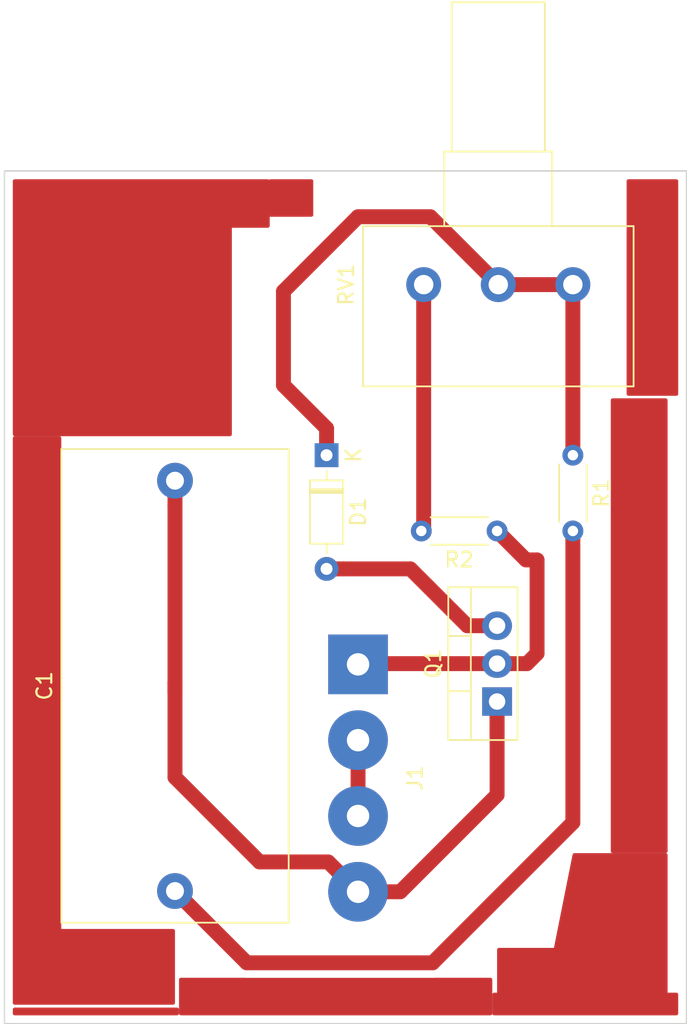
<source format=kicad_pcb>
(kicad_pcb (version 20171130) (host pcbnew "(5.1.4)-1")

  (general
    (thickness 1.6)
    (drawings 4)
    (tracks 38)
    (zones 0)
    (modules 7)
    (nets 8)
  )

  (page A4)
  (layers
    (0 F.Cu signal)
    (31 B.Cu signal)
    (32 B.Adhes user)
    (33 F.Adhes user)
    (34 B.Paste user)
    (35 F.Paste user)
    (36 B.SilkS user)
    (37 F.SilkS user)
    (38 B.Mask user)
    (39 F.Mask user)
    (40 Dwgs.User user)
    (41 Cmts.User user)
    (42 Eco1.User user)
    (43 Eco2.User user)
    (44 Edge.Cuts user)
    (45 Margin user)
    (46 B.CrtYd user)
    (47 F.CrtYd user)
    (48 B.Fab user)
    (49 F.Fab user)
  )

  (setup
    (last_trace_width 1)
    (user_trace_width 1)
    (trace_clearance 0.2)
    (zone_clearance 0.508)
    (zone_45_only no)
    (trace_min 0.2)
    (via_size 0.8)
    (via_drill 0.4)
    (via_min_size 0.4)
    (via_min_drill 0.3)
    (user_via 1.5 1)
    (uvia_size 0.3)
    (uvia_drill 0.1)
    (uvias_allowed no)
    (uvia_min_size 0.2)
    (uvia_min_drill 0.1)
    (edge_width 0.05)
    (segment_width 0.2)
    (pcb_text_width 0.3)
    (pcb_text_size 1.5 1.5)
    (mod_edge_width 0.12)
    (mod_text_size 1 1)
    (mod_text_width 0.15)
    (pad_size 1.524 1.524)
    (pad_drill 0.762)
    (pad_to_mask_clearance 0.051)
    (solder_mask_min_width 0.25)
    (aux_axis_origin 0 0)
    (visible_elements 7FFFFFFF)
    (pcbplotparams
      (layerselection 0x010fc_ffffffff)
      (usegerberextensions false)
      (usegerberattributes false)
      (usegerberadvancedattributes false)
      (creategerberjobfile false)
      (excludeedgelayer true)
      (linewidth 0.100000)
      (plotframeref false)
      (viasonmask false)
      (mode 1)
      (useauxorigin false)
      (hpglpennumber 1)
      (hpglpenspeed 20)
      (hpglpendiameter 15.000000)
      (psnegative false)
      (psa4output false)
      (plotreference true)
      (plotvalue true)
      (plotinvisibletext false)
      (padsonsilk false)
      (subtractmaskfromsilk false)
      (outputformat 1)
      (mirror false)
      (drillshape 1)
      (scaleselection 1)
      (outputdirectory ""))
  )

  (net 0 "")
  (net 1 "Net-(C1-Pad1)")
  (net 2 "Net-(D1-Pad2)")
  (net 3 "Net-(D1-Pad1)")
  (net 4 "Net-(J1-Pad2)")
  (net 5 "Net-(J1-Pad1)")
  (net 6 "Net-(R2-Pad2)")
  (net 7 "Net-(C1-Pad2)")

  (net_class Default "This is the default net class."
    (clearance 0.2)
    (trace_width 0.25)
    (via_dia 0.8)
    (via_drill 0.4)
    (uvia_dia 0.3)
    (uvia_drill 0.1)
    (add_net "Net-(C1-Pad1)")
    (add_net "Net-(C1-Pad2)")
    (add_net "Net-(D1-Pad1)")
    (add_net "Net-(D1-Pad2)")
    (add_net "Net-(J1-Pad1)")
    (add_net "Net-(J1-Pad2)")
    (add_net "Net-(R2-Pad2)")
  )

  (module Package_TO_SOT_THT:TO-220-3_Vertical (layer F.Cu) (tedit 5AC8BA0D) (tstamp 5DC1D354)
    (at 147.32 110.49 90)
    (descr "TO-220-3, Vertical, RM 2.54mm, see https://www.vishay.com/docs/66542/to-220-1.pdf")
    (tags "TO-220-3 Vertical RM 2.54mm")
    (path /5DC088BE)
    (fp_text reference Q1 (at 2.54 -4.27 90) (layer F.SilkS)
      (effects (font (size 1 1) (thickness 0.15)))
    )
    (fp_text value BT136-500 (at 2.54 2.5 90) (layer F.Fab)
      (effects (font (size 1 1) (thickness 0.15)))
    )
    (fp_text user %R (at 2.54 -4.27 90) (layer F.Fab)
      (effects (font (size 1 1) (thickness 0.15)))
    )
    (fp_line (start 7.79 -3.4) (end -2.71 -3.4) (layer F.CrtYd) (width 0.05))
    (fp_line (start 7.79 1.51) (end 7.79 -3.4) (layer F.CrtYd) (width 0.05))
    (fp_line (start -2.71 1.51) (end 7.79 1.51) (layer F.CrtYd) (width 0.05))
    (fp_line (start -2.71 -3.4) (end -2.71 1.51) (layer F.CrtYd) (width 0.05))
    (fp_line (start 4.391 -3.27) (end 4.391 -1.76) (layer F.SilkS) (width 0.12))
    (fp_line (start 0.69 -3.27) (end 0.69 -1.76) (layer F.SilkS) (width 0.12))
    (fp_line (start -2.58 -1.76) (end 7.66 -1.76) (layer F.SilkS) (width 0.12))
    (fp_line (start 7.66 -3.27) (end 7.66 1.371) (layer F.SilkS) (width 0.12))
    (fp_line (start -2.58 -3.27) (end -2.58 1.371) (layer F.SilkS) (width 0.12))
    (fp_line (start -2.58 1.371) (end 7.66 1.371) (layer F.SilkS) (width 0.12))
    (fp_line (start -2.58 -3.27) (end 7.66 -3.27) (layer F.SilkS) (width 0.12))
    (fp_line (start 4.39 -3.15) (end 4.39 -1.88) (layer F.Fab) (width 0.1))
    (fp_line (start 0.69 -3.15) (end 0.69 -1.88) (layer F.Fab) (width 0.1))
    (fp_line (start -2.46 -1.88) (end 7.54 -1.88) (layer F.Fab) (width 0.1))
    (fp_line (start 7.54 -3.15) (end -2.46 -3.15) (layer F.Fab) (width 0.1))
    (fp_line (start 7.54 1.25) (end 7.54 -3.15) (layer F.Fab) (width 0.1))
    (fp_line (start -2.46 1.25) (end 7.54 1.25) (layer F.Fab) (width 0.1))
    (fp_line (start -2.46 -3.15) (end -2.46 1.25) (layer F.Fab) (width 0.1))
    (pad 3 thru_hole oval (at 5.08 0 90) (size 1.905 2) (drill 1.1) (layers *.Cu *.Mask)
      (net 2 "Net-(D1-Pad2)"))
    (pad 2 thru_hole oval (at 2.54 0 90) (size 1.905 2) (drill 1.1) (layers *.Cu *.Mask)
      (net 5 "Net-(J1-Pad1)"))
    (pad 1 thru_hole rect (at 0 0 90) (size 1.905 2) (drill 1.1) (layers *.Cu *.Mask)
      (net 7 "Net-(C1-Pad2)"))
    (model ${KISYS3DMOD}/Package_TO_SOT_THT.3dshapes/TO-220-3_Vertical.wrl
      (at (xyz 0 0 0))
      (scale (xyz 1 1 1))
      (rotate (xyz 0 0 0))
    )
  )

  (module Potentiometer_THT:Potentiometer_Alps_RK163_Single_Horizontal (layer F.Cu) (tedit 5A3D4993) (tstamp 5DC1D39E)
    (at 152.4 82.55 90)
    (descr "Potentiometer, horizontal, Alps RK163 Single, http://www.alps.com/prod/info/E/HTML/Potentiometer/RotaryPotentiometers/RK16/RK16_list.html")
    (tags "Potentiometer horizontal Alps RK163 Single")
    (path /5DC0A390)
    (fp_text reference RV1 (at 0 -15.2 90) (layer F.SilkS)
      (effects (font (size 1 1) (thickness 0.15)))
    )
    (fp_text value R_POT_TRIM (at 0 5.2 90) (layer F.Fab)
      (effects (font (size 1 1) (thickness 0.15)))
    )
    (fp_text user %R (at -1.45 -5 90) (layer F.Fab)
      (effects (font (size 1 1) (thickness 0.15)))
    )
    (fp_line (start 19.05 -14.2) (end -6.95 -14.2) (layer F.CrtYd) (width 0.05))
    (fp_line (start 19.05 4.2) (end 19.05 -14.2) (layer F.CrtYd) (width 0.05))
    (fp_line (start -6.95 4.2) (end 19.05 4.2) (layer F.CrtYd) (width 0.05))
    (fp_line (start -6.95 -14.2) (end -6.95 4.2) (layer F.CrtYd) (width 0.05))
    (fp_line (start 18.92 -8.12) (end 18.92 -1.879) (layer F.SilkS) (width 0.12))
    (fp_line (start 8.92 -8.12) (end 8.92 -1.879) (layer F.SilkS) (width 0.12))
    (fp_line (start 8.92 -1.879) (end 18.92 -1.879) (layer F.SilkS) (width 0.12))
    (fp_line (start 8.92 -8.12) (end 18.92 -8.12) (layer F.SilkS) (width 0.12))
    (fp_line (start 8.92 -8.62) (end 8.92 -1.38) (layer F.SilkS) (width 0.12))
    (fp_line (start 3.92 -8.62) (end 3.92 -1.38) (layer F.SilkS) (width 0.12))
    (fp_line (start 3.92 -1.38) (end 8.92 -1.38) (layer F.SilkS) (width 0.12))
    (fp_line (start 3.92 -8.62) (end 8.92 -8.62) (layer F.SilkS) (width 0.12))
    (fp_line (start 3.92 -14.07) (end 3.92 4.07) (layer F.SilkS) (width 0.12))
    (fp_line (start -6.82 -14.07) (end -6.82 4.07) (layer F.SilkS) (width 0.12))
    (fp_line (start -6.82 4.07) (end 3.92 4.07) (layer F.SilkS) (width 0.12))
    (fp_line (start -6.82 -14.07) (end 3.92 -14.07) (layer F.SilkS) (width 0.12))
    (fp_line (start 18.8 -8) (end 8.8 -8) (layer F.Fab) (width 0.1))
    (fp_line (start 18.8 -2) (end 18.8 -8) (layer F.Fab) (width 0.1))
    (fp_line (start 8.8 -2) (end 18.8 -2) (layer F.Fab) (width 0.1))
    (fp_line (start 8.8 -8) (end 8.8 -2) (layer F.Fab) (width 0.1))
    (fp_line (start 8.8 -8.5) (end 3.8 -8.5) (layer F.Fab) (width 0.1))
    (fp_line (start 8.8 -1.5) (end 8.8 -8.5) (layer F.Fab) (width 0.1))
    (fp_line (start 3.8 -1.5) (end 8.8 -1.5) (layer F.Fab) (width 0.1))
    (fp_line (start 3.8 -8.5) (end 3.8 -1.5) (layer F.Fab) (width 0.1))
    (fp_line (start 3.8 -13.95) (end -6.7 -13.95) (layer F.Fab) (width 0.1))
    (fp_line (start 3.8 3.95) (end 3.8 -13.95) (layer F.Fab) (width 0.1))
    (fp_line (start -6.7 3.95) (end 3.8 3.95) (layer F.Fab) (width 0.1))
    (fp_line (start -6.7 -13.95) (end -6.7 3.95) (layer F.Fab) (width 0.1))
    (pad 1 thru_hole circle (at 0 0 90) (size 2.34 2.34) (drill 1.3) (layers *.Cu *.Mask)
      (net 3 "Net-(D1-Pad1)"))
    (pad 2 thru_hole circle (at 0 -5 90) (size 2.34 2.34) (drill 1.3) (layers *.Cu *.Mask)
      (net 3 "Net-(D1-Pad1)"))
    (pad 3 thru_hole circle (at 0 -10 90) (size 2.34 2.34) (drill 1.3) (layers *.Cu *.Mask)
      (net 6 "Net-(R2-Pad2)"))
    (model ${KISYS3DMOD}/Potentiometer_THT.3dshapes/Potentiometer_Alps_RK163_Single_Horizontal.wrl
      (at (xyz 0 0 0))
      (scale (xyz 1 1 1))
      (rotate (xyz 0 0 0))
    )
  )

  (module Resistor_THT:R_Axial_DIN0204_L3.6mm_D1.6mm_P5.08mm_Horizontal (layer F.Cu) (tedit 5AE5139B) (tstamp 5DC1D37A)
    (at 147.32 99.06 180)
    (descr "Resistor, Axial_DIN0204 series, Axial, Horizontal, pin pitch=5.08mm, 0.167W, length*diameter=3.6*1.6mm^2, http://cdn-reichelt.de/documents/datenblatt/B400/1_4W%23YAG.pdf")
    (tags "Resistor Axial_DIN0204 series Axial Horizontal pin pitch 5.08mm 0.167W length 3.6mm diameter 1.6mm")
    (path /5DC312FD)
    (fp_text reference R2 (at 2.54 -1.92) (layer F.SilkS)
      (effects (font (size 1 1) (thickness 0.15)))
    )
    (fp_text value R (at 2.54 1.92) (layer F.Fab)
      (effects (font (size 1 1) (thickness 0.15)))
    )
    (fp_text user %R (at 2.54 0) (layer F.Fab)
      (effects (font (size 0.72 0.72) (thickness 0.108)))
    )
    (fp_line (start 6.03 -1.05) (end -0.95 -1.05) (layer F.CrtYd) (width 0.05))
    (fp_line (start 6.03 1.05) (end 6.03 -1.05) (layer F.CrtYd) (width 0.05))
    (fp_line (start -0.95 1.05) (end 6.03 1.05) (layer F.CrtYd) (width 0.05))
    (fp_line (start -0.95 -1.05) (end -0.95 1.05) (layer F.CrtYd) (width 0.05))
    (fp_line (start 0.62 0.92) (end 4.46 0.92) (layer F.SilkS) (width 0.12))
    (fp_line (start 0.62 -0.92) (end 4.46 -0.92) (layer F.SilkS) (width 0.12))
    (fp_line (start 5.08 0) (end 4.34 0) (layer F.Fab) (width 0.1))
    (fp_line (start 0 0) (end 0.74 0) (layer F.Fab) (width 0.1))
    (fp_line (start 4.34 -0.8) (end 0.74 -0.8) (layer F.Fab) (width 0.1))
    (fp_line (start 4.34 0.8) (end 4.34 -0.8) (layer F.Fab) (width 0.1))
    (fp_line (start 0.74 0.8) (end 4.34 0.8) (layer F.Fab) (width 0.1))
    (fp_line (start 0.74 -0.8) (end 0.74 0.8) (layer F.Fab) (width 0.1))
    (pad 2 thru_hole oval (at 5.08 0 180) (size 1.4 1.4) (drill 0.7) (layers *.Cu *.Mask)
      (net 6 "Net-(R2-Pad2)"))
    (pad 1 thru_hole circle (at 0 0 180) (size 1.4 1.4) (drill 0.7) (layers *.Cu *.Mask)
      (net 5 "Net-(J1-Pad1)"))
    (model ${KISYS3DMOD}/Resistor_THT.3dshapes/R_Axial_DIN0204_L3.6mm_D1.6mm_P5.08mm_Horizontal.wrl
      (at (xyz 0 0 0))
      (scale (xyz 1 1 1))
      (rotate (xyz 0 0 0))
    )
  )

  (module Resistor_THT:R_Axial_DIN0204_L3.6mm_D1.6mm_P5.08mm_Horizontal (layer F.Cu) (tedit 5AE5139B) (tstamp 5DC1D367)
    (at 152.4 93.98 270)
    (descr "Resistor, Axial_DIN0204 series, Axial, Horizontal, pin pitch=5.08mm, 0.167W, length*diameter=3.6*1.6mm^2, http://cdn-reichelt.de/documents/datenblatt/B400/1_4W%23YAG.pdf")
    (tags "Resistor Axial_DIN0204 series Axial Horizontal pin pitch 5.08mm 0.167W length 3.6mm diameter 1.6mm")
    (path /5DC084D9)
    (fp_text reference R1 (at 2.54 -1.92 90) (layer F.SilkS)
      (effects (font (size 1 1) (thickness 0.15)))
    )
    (fp_text value R (at 2.54 1.92 90) (layer F.Fab)
      (effects (font (size 1 1) (thickness 0.15)))
    )
    (fp_text user %R (at 2.54 0 90) (layer F.Fab)
      (effects (font (size 0.72 0.72) (thickness 0.108)))
    )
    (fp_line (start 6.03 -1.05) (end -0.95 -1.05) (layer F.CrtYd) (width 0.05))
    (fp_line (start 6.03 1.05) (end 6.03 -1.05) (layer F.CrtYd) (width 0.05))
    (fp_line (start -0.95 1.05) (end 6.03 1.05) (layer F.CrtYd) (width 0.05))
    (fp_line (start -0.95 -1.05) (end -0.95 1.05) (layer F.CrtYd) (width 0.05))
    (fp_line (start 0.62 0.92) (end 4.46 0.92) (layer F.SilkS) (width 0.12))
    (fp_line (start 0.62 -0.92) (end 4.46 -0.92) (layer F.SilkS) (width 0.12))
    (fp_line (start 5.08 0) (end 4.34 0) (layer F.Fab) (width 0.1))
    (fp_line (start 0 0) (end 0.74 0) (layer F.Fab) (width 0.1))
    (fp_line (start 4.34 -0.8) (end 0.74 -0.8) (layer F.Fab) (width 0.1))
    (fp_line (start 4.34 0.8) (end 4.34 -0.8) (layer F.Fab) (width 0.1))
    (fp_line (start 0.74 0.8) (end 4.34 0.8) (layer F.Fab) (width 0.1))
    (fp_line (start 0.74 -0.8) (end 0.74 0.8) (layer F.Fab) (width 0.1))
    (pad 2 thru_hole oval (at 5.08 0 270) (size 1.4 1.4) (drill 0.7) (layers *.Cu *.Mask)
      (net 1 "Net-(C1-Pad1)"))
    (pad 1 thru_hole circle (at 0 0 270) (size 1.4 1.4) (drill 0.7) (layers *.Cu *.Mask)
      (net 3 "Net-(D1-Pad1)"))
    (model ${KISYS3DMOD}/Resistor_THT.3dshapes/R_Axial_DIN0204_L3.6mm_D1.6mm_P5.08mm_Horizontal.wrl
      (at (xyz 0 0 0))
      (scale (xyz 1 1 1))
      (rotate (xyz 0 0 0))
    )
  )

  (module Connector_Wire:SolderWirePad_1x04_P5.08mm_Drill1.5mm (layer F.Cu) (tedit 5AEE6009) (tstamp 5DC1D33A)
    (at 138 108 270)
    (descr "Wire solder connection")
    (tags connector)
    (path /5DC39F6E)
    (attr virtual)
    (fp_text reference J1 (at 7.62 -3.81 90) (layer F.SilkS)
      (effects (font (size 1 1) (thickness 0.15)))
    )
    (fp_text value Screw_Terminal_01x04 (at 7.62 3.81 90) (layer F.Fab)
      (effects (font (size 1 1) (thickness 0.15)))
    )
    (fp_line (start 17.74 2.5) (end -2.5 2.5) (layer F.CrtYd) (width 0.05))
    (fp_line (start 17.74 2.5) (end 17.74 -2.5) (layer F.CrtYd) (width 0.05))
    (fp_line (start -2.5 -2.5) (end -2.5 2.5) (layer F.CrtYd) (width 0.05))
    (fp_line (start -2.5 -2.5) (end 17.74 -2.5) (layer F.CrtYd) (width 0.05))
    (fp_text user %R (at 7.62 0 90) (layer F.Fab)
      (effects (font (size 1 1) (thickness 0.15)))
    )
    (pad 4 thru_hole circle (at 15.24 0 270) (size 4.0005 4.0005) (drill 1.50114) (layers *.Cu *.Mask)
      (net 7 "Net-(C1-Pad2)"))
    (pad 3 thru_hole circle (at 10.16 0 270) (size 4.0005 4.0005) (drill 1.50114) (layers *.Cu *.Mask)
      (net 4 "Net-(J1-Pad2)"))
    (pad 2 thru_hole circle (at 5.08 0 270) (size 4.0005 4.0005) (drill 1.50114) (layers *.Cu *.Mask)
      (net 4 "Net-(J1-Pad2)"))
    (pad 1 thru_hole rect (at 0 0 270) (size 4.0005 4.0005) (drill 1.50114) (layers *.Cu *.Mask)
      (net 5 "Net-(J1-Pad1)"))
  )

  (module Diode_THT:D_DO-35_SOD27_P7.62mm_Horizontal (layer F.Cu) (tedit 5AE50CD5) (tstamp 5DC1D32D)
    (at 135.89 93.98 270)
    (descr "Diode, DO-35_SOD27 series, Axial, Horizontal, pin pitch=7.62mm, , length*diameter=4*2mm^2, , http://www.diodes.com/_files/packages/DO-35.pdf")
    (tags "Diode DO-35_SOD27 series Axial Horizontal pin pitch 7.62mm  length 4mm diameter 2mm")
    (path /5DC0921F)
    (fp_text reference D1 (at 3.81 -2.12 90) (layer F.SilkS)
      (effects (font (size 1 1) (thickness 0.15)))
    )
    (fp_text value DB3 (at 3.81 2.12 90) (layer F.Fab)
      (effects (font (size 1 1) (thickness 0.15)))
    )
    (fp_text user K (at 0 -1.8 90) (layer F.SilkS)
      (effects (font (size 1 1) (thickness 0.15)))
    )
    (fp_text user K (at 0 -1.8 90) (layer F.Fab)
      (effects (font (size 1 1) (thickness 0.15)))
    )
    (fp_text user %R (at 4.11 0 90) (layer F.Fab)
      (effects (font (size 0.8 0.8) (thickness 0.12)))
    )
    (fp_line (start 8.67 -1.25) (end -1.05 -1.25) (layer F.CrtYd) (width 0.05))
    (fp_line (start 8.67 1.25) (end 8.67 -1.25) (layer F.CrtYd) (width 0.05))
    (fp_line (start -1.05 1.25) (end 8.67 1.25) (layer F.CrtYd) (width 0.05))
    (fp_line (start -1.05 -1.25) (end -1.05 1.25) (layer F.CrtYd) (width 0.05))
    (fp_line (start 2.29 -1.12) (end 2.29 1.12) (layer F.SilkS) (width 0.12))
    (fp_line (start 2.53 -1.12) (end 2.53 1.12) (layer F.SilkS) (width 0.12))
    (fp_line (start 2.41 -1.12) (end 2.41 1.12) (layer F.SilkS) (width 0.12))
    (fp_line (start 6.58 0) (end 5.93 0) (layer F.SilkS) (width 0.12))
    (fp_line (start 1.04 0) (end 1.69 0) (layer F.SilkS) (width 0.12))
    (fp_line (start 5.93 -1.12) (end 1.69 -1.12) (layer F.SilkS) (width 0.12))
    (fp_line (start 5.93 1.12) (end 5.93 -1.12) (layer F.SilkS) (width 0.12))
    (fp_line (start 1.69 1.12) (end 5.93 1.12) (layer F.SilkS) (width 0.12))
    (fp_line (start 1.69 -1.12) (end 1.69 1.12) (layer F.SilkS) (width 0.12))
    (fp_line (start 2.31 -1) (end 2.31 1) (layer F.Fab) (width 0.1))
    (fp_line (start 2.51 -1) (end 2.51 1) (layer F.Fab) (width 0.1))
    (fp_line (start 2.41 -1) (end 2.41 1) (layer F.Fab) (width 0.1))
    (fp_line (start 7.62 0) (end 5.81 0) (layer F.Fab) (width 0.1))
    (fp_line (start 0 0) (end 1.81 0) (layer F.Fab) (width 0.1))
    (fp_line (start 5.81 -1) (end 1.81 -1) (layer F.Fab) (width 0.1))
    (fp_line (start 5.81 1) (end 5.81 -1) (layer F.Fab) (width 0.1))
    (fp_line (start 1.81 1) (end 5.81 1) (layer F.Fab) (width 0.1))
    (fp_line (start 1.81 -1) (end 1.81 1) (layer F.Fab) (width 0.1))
    (pad 2 thru_hole oval (at 7.62 0 270) (size 1.6 1.6) (drill 0.8) (layers *.Cu *.Mask)
      (net 2 "Net-(D1-Pad2)"))
    (pad 1 thru_hole rect (at 0 0 270) (size 1.6 1.6) (drill 0.8) (layers *.Cu *.Mask)
      (net 3 "Net-(D1-Pad1)"))
    (model ${KISYS3DMOD}/Diode_THT.3dshapes/D_DO-35_SOD27_P7.62mm_Horizontal.wrl
      (at (xyz 0 0 0))
      (scale (xyz 1 1 1))
      (rotate (xyz 0 0 0))
    )
  )

  (module Capacitor_THT:C_Rect_L31.5mm_W15.0mm_P27.50mm_MKS4 (layer F.Cu) (tedit 5AE50EF0) (tstamp 5DC1D30E)
    (at 125.73 123.19 90)
    (descr "C, Rect series, Radial, pin pitch=27.50mm, , length*width=31.5*15mm^2, Capacitor, http://www.wima.com/EN/WIMA_MKS_4.pdf")
    (tags "C Rect series Radial pin pitch 27.50mm  length 31.5mm width 15mm Capacitor")
    (path /5DC2CA10)
    (fp_text reference C1 (at 13.75 -8.75 90) (layer F.SilkS)
      (effects (font (size 1 1) (thickness 0.15)))
    )
    (fp_text value CAP (at 13.75 8.75 90) (layer F.Fab)
      (effects (font (size 1 1) (thickness 0.15)))
    )
    (fp_text user %R (at 13.75 0 90) (layer F.Fab)
      (effects (font (size 1 1) (thickness 0.15)))
    )
    (fp_line (start 29.75 -7.75) (end -2.25 -7.75) (layer F.CrtYd) (width 0.05))
    (fp_line (start 29.75 7.75) (end 29.75 -7.75) (layer F.CrtYd) (width 0.05))
    (fp_line (start -2.25 7.75) (end 29.75 7.75) (layer F.CrtYd) (width 0.05))
    (fp_line (start -2.25 -7.75) (end -2.25 7.75) (layer F.CrtYd) (width 0.05))
    (fp_line (start 29.62 -7.62) (end 29.62 7.62) (layer F.SilkS) (width 0.12))
    (fp_line (start -2.12 -7.62) (end -2.12 7.62) (layer F.SilkS) (width 0.12))
    (fp_line (start -2.12 7.62) (end 29.62 7.62) (layer F.SilkS) (width 0.12))
    (fp_line (start -2.12 -7.62) (end 29.62 -7.62) (layer F.SilkS) (width 0.12))
    (fp_line (start 29.5 -7.5) (end -2 -7.5) (layer F.Fab) (width 0.1))
    (fp_line (start 29.5 7.5) (end 29.5 -7.5) (layer F.Fab) (width 0.1))
    (fp_line (start -2 7.5) (end 29.5 7.5) (layer F.Fab) (width 0.1))
    (fp_line (start -2 -7.5) (end -2 7.5) (layer F.Fab) (width 0.1))
    (pad 2 thru_hole circle (at 27.5 0 90) (size 2.4 2.4) (drill 1.2) (layers *.Cu *.Mask)
      (net 7 "Net-(C1-Pad2)"))
    (pad 1 thru_hole circle (at 0 0 90) (size 2.4 2.4) (drill 1.2) (layers *.Cu *.Mask)
      (net 1 "Net-(C1-Pad1)"))
    (model ${KISYS3DMOD}/Capacitor_THT.3dshapes/C_Rect_L31.5mm_W15.0mm_P27.50mm_MKS4.wrl
      (at (xyz 0 0 0))
      (scale (xyz 1 1 1))
      (rotate (xyz 0 0 0))
    )
  )

  (gr_line (start 160.02 74.93) (end 114.3 74.93) (layer Edge.Cuts) (width 0.1))
  (gr_line (start 160.02 132.08) (end 160.02 74.93) (layer Edge.Cuts) (width 0.1))
  (gr_line (start 114.3 132.08) (end 160.02 132.08) (layer Edge.Cuts) (width 0.1))
  (gr_line (start 114.3 74.93) (end 114.3 132.08) (layer Edge.Cuts) (width 0.1))

  (segment (start 152.4 99.06) (end 152.4 118.6) (width 1) (layer F.Cu) (net 1))
  (segment (start 152.4 118.6) (end 143 128) (width 1) (layer F.Cu) (net 1))
  (segment (start 130.54 128) (end 125.73 123.19) (width 1) (layer F.Cu) (net 1))
  (segment (start 143 128) (end 130.54 128) (width 1) (layer F.Cu) (net 1))
  (segment (start 141.51 101.6) (end 137.02137 101.6) (width 1) (layer F.Cu) (net 2))
  (segment (start 145.32 105.41) (end 141.51 101.6) (width 1) (layer F.Cu) (net 2))
  (segment (start 137.02137 101.6) (end 135.89 101.6) (width 1) (layer F.Cu) (net 2))
  (segment (start 147.32 105.41) (end 145.32 105.41) (width 1) (layer F.Cu) (net 2))
  (segment (start 152.4 82.55) (end 152.4 93.98) (width 1) (layer F.Cu) (net 3))
  (segment (start 147.4 82.55) (end 152.4 82.55) (width 1) (layer F.Cu) (net 3))
  (segment (start 135.89 92.18) (end 133 89.29) (width 1) (layer F.Cu) (net 3))
  (segment (start 135.89 93.98) (end 135.89 92.18) (width 1) (layer F.Cu) (net 3))
  (segment (start 133 89.29) (end 133 83) (width 1) (layer F.Cu) (net 3))
  (segment (start 133 83) (end 138 78) (width 1) (layer F.Cu) (net 3))
  (segment (start 142.85 78) (end 147.4 82.55) (width 1) (layer F.Cu) (net 3))
  (segment (start 138 78) (end 142.85 78) (width 1) (layer F.Cu) (net 3))
  (segment (start 138 118.16) (end 138 113.08) (width 1) (layer F.Cu) (net 4))
  (segment (start 149.32 107.95) (end 150 107.27) (width 1) (layer F.Cu) (net 5))
  (segment (start 147.32 107.95) (end 149.32 107.95) (width 1) (layer F.Cu) (net 5))
  (segment (start 150 107.27) (end 150 101) (width 1) (layer F.Cu) (net 5))
  (segment (start 149.26 101) (end 147.32 99.06) (width 1) (layer F.Cu) (net 5))
  (segment (start 150 101) (end 149.26 101) (width 1) (layer F.Cu) (net 5))
  (segment (start 138.05 107.95) (end 138 108) (width 1) (layer F.Cu) (net 5))
  (segment (start 147.32 107.95) (end 138.05 107.95) (width 1) (layer F.Cu) (net 5))
  (segment (start 142.4 98.9) (end 142.24 99.06) (width 1) (layer F.Cu) (net 6))
  (segment (start 142.4 82.55) (end 142.4 98.9) (width 1) (layer F.Cu) (net 6))
  (segment (start 147.32 112.4425) (end 147.32 110.49) (width 1) (layer F.Cu) (net 7))
  (segment (start 147.32 116.74878) (end 147.32 112.4425) (width 1) (layer F.Cu) (net 7))
  (segment (start 140.82878 123.24) (end 147.32 116.74878) (width 1) (layer F.Cu) (net 7))
  (segment (start 138 123.24) (end 140.82878 123.24) (width 1) (layer F.Cu) (net 7))
  (segment (start 125.73 97.387056) (end 125.73 95.69) (width 1) (layer F.Cu) (net 7))
  (segment (start 147.32 110.49) (end 147.32 112.836372) (width 1) (layer F.Cu) (net 7))
  (segment (start 135.999751 121.239751) (end 131.399751 121.239751) (width 1) (layer F.Cu) (net 7))
  (segment (start 138 123.24) (end 135.999751 121.239751) (width 1) (layer F.Cu) (net 7))
  (segment (start 125.73 115.57) (end 125.73 109.22) (width 1) (layer F.Cu) (net 7))
  (segment (start 131.399751 121.239751) (end 125.73 115.57) (width 1) (layer F.Cu) (net 7))
  (segment (start 125.73 109.886372) (end 125.73 109.22) (width 1) (layer F.Cu) (net 7))
  (segment (start 125.73 109.22) (end 125.73 97.387056) (width 1) (layer F.Cu) (net 7))

  (zone (net 0) (net_name "") (layer F.Cu) (tstamp 0) (hatch edge 0.508)
    (connect_pads (clearance 0.508))
    (min_thickness 0.254)
    (fill yes (arc_segments 32) (thermal_gap 0.508) (thermal_bridge_width 0.508))
    (polygon
      (pts
        (xy 129.54 92.71) (xy 114.3 92.71) (xy 114.3 74.93) (xy 132.08 74.93) (xy 132.08 78.74)
        (xy 129.54 78.74)
      )
    )
    (filled_polygon
      (pts
        (xy 131.953 78.613) (xy 129.54 78.613) (xy 129.515224 78.61544) (xy 129.491399 78.622667) (xy 129.469443 78.634403)
        (xy 129.450197 78.650197) (xy 129.434403 78.669443) (xy 129.422667 78.691399) (xy 129.41544 78.715224) (xy 129.413 78.74)
        (xy 129.413 92.583) (xy 114.985 92.583) (xy 114.985 75.615) (xy 131.953 75.615)
      )
    )
  )
  (zone (net 0) (net_name "") (layer F.Cu) (tstamp 0) (hatch edge 0.508)
    (connect_pads (clearance 0.508))
    (min_thickness 0.254)
    (fill yes (arc_segments 32) (thermal_gap 0.508) (thermal_bridge_width 0.508))
    (polygon
      (pts
        (xy 147.32 130.81) (xy 147.32 127) (xy 151.13 127) (xy 152.4 120.65) (xy 158.75 120.65)
        (xy 158.75 130.81)
      )
    )
    (filled_polygon
      (pts
        (xy 158.623 130.683) (xy 147.447 130.683) (xy 147.447 127.127) (xy 151.13 127.127) (xy 151.154776 127.12456)
        (xy 151.178601 127.117333) (xy 151.200557 127.105597) (xy 151.219803 127.089803) (xy 151.235597 127.070557) (xy 151.247333 127.048601)
        (xy 151.254534 127.024907) (xy 152.504115 120.777) (xy 158.623 120.777)
      )
    )
  )
  (zone (net 0) (net_name "") (layer F.Cu) (tstamp 0) (hatch edge 0.508)
    (connect_pads (clearance 0.508))
    (min_thickness 0.254)
    (fill yes (arc_segments 32) (thermal_gap 0.508) (thermal_bridge_width 0.508))
    (polygon
      (pts
        (xy 154.94 90.17) (xy 158.75 90.17) (xy 158.75 120.65) (xy 154.94 120.65)
      )
    )
    (filled_polygon
      (pts
        (xy 158.623 120.523) (xy 155.067 120.523) (xy 155.067 90.297) (xy 158.623 90.297)
      )
    )
  )
  (zone (net 0) (net_name "") (layer F.Cu) (tstamp 0) (hatch edge 0.508)
    (connect_pads (clearance 0.508))
    (min_thickness 0.254)
    (fill yes (arc_segments 32) (thermal_gap 0.508) (thermal_bridge_width 0.508))
    (polygon
      (pts
        (xy 114.3 92.71) (xy 118.11 92.71) (xy 118.11 125.73) (xy 125.73 125.73) (xy 125.73 130.81)
        (xy 114.3 130.81)
      )
    )
    (filled_polygon
      (pts
        (xy 117.983 125.73) (xy 117.98544 125.754776) (xy 117.992667 125.778601) (xy 118.004403 125.800557) (xy 118.020197 125.819803)
        (xy 118.039443 125.835597) (xy 118.061399 125.847333) (xy 118.085224 125.85456) (xy 118.11 125.857) (xy 125.603 125.857)
        (xy 125.603 130.683) (xy 114.985 130.683) (xy 114.985 92.837) (xy 117.983 92.837)
      )
    )
  )
  (zone (net 0) (net_name "") (layer F.Cu) (tstamp 0) (hatch edge 0.508)
    (connect_pads (clearance 0.508))
    (min_thickness 0.254)
    (fill yes (arc_segments 32) (thermal_gap 0.508) (thermal_bridge_width 0.508))
    (polygon
      (pts
        (xy 132 78) (xy 135 78) (xy 135 75) (xy 132 75)
      )
    )
    (filled_polygon
      (pts
        (xy 134.873 77.873) (xy 132.127 77.873) (xy 132.127 75.615) (xy 134.873 75.615)
      )
    )
  )
  (zone (net 0) (net_name "") (layer F.Cu) (tstamp 0) (hatch edge 0.508)
    (connect_pads (clearance 0.508))
    (min_thickness 0.254)
    (fill yes (arc_segments 32) (thermal_gap 0.508) (thermal_bridge_width 0.508))
    (polygon
      (pts
        (xy 126 131) (xy 126 132) (xy 147 132) (xy 147 130) (xy 147 129)
        (xy 126 129)
      )
    )
    (filled_polygon
      (pts
        (xy 130.484248 129.135) (xy 130.484255 129.135) (xy 130.539999 129.14049) (xy 130.595743 129.135) (xy 142.944249 129.135)
        (xy 143 129.140491) (xy 143.055751 129.135) (xy 143.055752 129.135) (xy 143.136978 129.127) (xy 146.873 129.127)
        (xy 146.873 131.395) (xy 126.127 131.395) (xy 126.127 129.127) (xy 130.403025 129.127)
      )
    )
  )
  (zone (net 0) (net_name "") (layer F.Cu) (tstamp 0) (hatch edge 0.508)
    (connect_pads (clearance 0.508))
    (min_thickness 0.254)
    (fill yes (arc_segments 32) (thermal_gap 0.508) (thermal_bridge_width 0.508))
    (polygon
      (pts
        (xy 114 131) (xy 114 132) (xy 126 132) (xy 126 131)
      )
    )
    (filled_polygon
      (pts
        (xy 125.873 131.395) (xy 114.985 131.395) (xy 114.985 131.127) (xy 125.873 131.127)
      )
    )
  )
  (zone (net 0) (net_name "") (layer F.Cu) (tstamp 0) (hatch edge 0.508)
    (connect_pads (clearance 0.508))
    (min_thickness 0.254)
    (fill yes (arc_segments 32) (thermal_gap 0.508) (thermal_bridge_width 0.508))
    (polygon
      (pts
        (xy 147 131) (xy 147 132) (xy 160 132) (xy 160 130) (xy 147 130)
        (xy 147 132)
      )
    )
    (filled_polygon
      (pts
        (xy 159.335 131.395) (xy 147.127 131.395) (xy 147.127 130.127) (xy 159.335 130.127)
      )
    )
  )
  (zone (net 0) (net_name "") (layer F.Cu) (tstamp 0) (hatch edge 0.508)
    (connect_pads (clearance 0.508))
    (min_thickness 0.254)
    (fill yes (arc_segments 32) (thermal_gap 0.508) (thermal_bridge_width 0.508))
    (polygon
      (pts
        (xy 156 75) (xy 156 90) (xy 160 90) (xy 160 75)
      )
    )
    (filled_polygon
      (pts
        (xy 159.335001 89.873) (xy 156.127 89.873) (xy 156.127 75.615) (xy 159.335001 75.615)
      )
    )
  )
)

</source>
